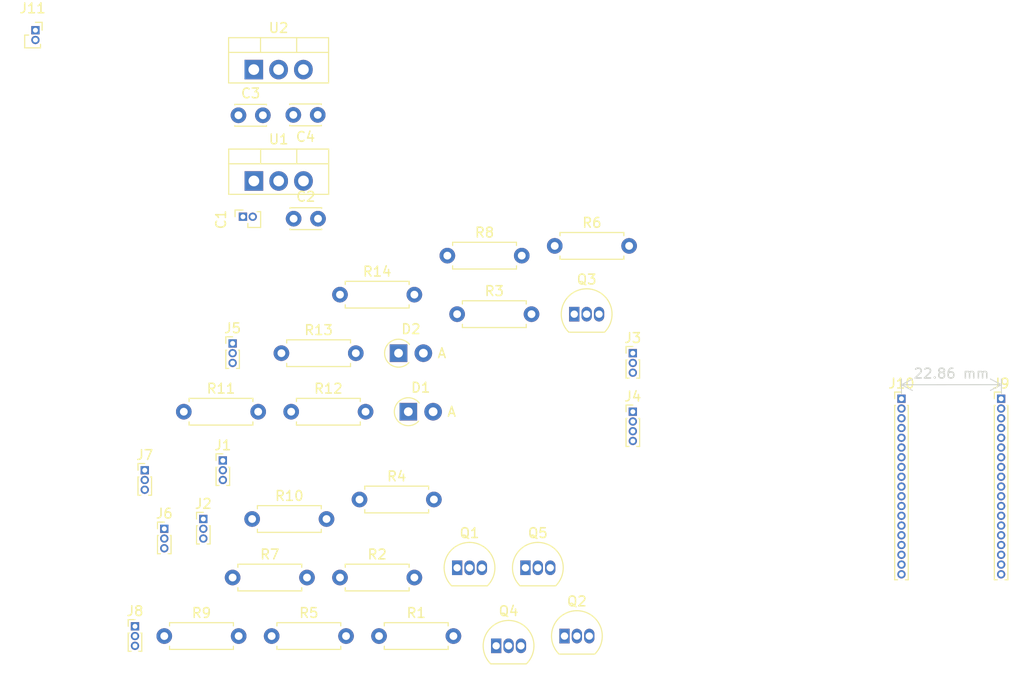
<source format=kicad_pcb>
(kicad_pcb (version 20211014) (generator pcbnew)
  (layers (0 "F.Cu" signal) (31 "B.Cu" signal) (34 "B.Paste" user) (35 "F.Paste" user) (36 "B.SilkS" user "B.Silkscreen") (37 "F.SilkS" user "F.Silkscreen") (38 "B.Mask" user) (39 "F.Mask" user) (44 "Edge.Cuts" user))
  (net 0 "")
  (net 1 "Net-(J5-Pad3)")
  (net 2 "/PIN 13")
  (net 3 "/PIN 4")
  (net 4 "GND")
  (net 5 "Net-(J1-Pad3)")
  (net 6 "+5V")
  (net 7 "/FC1")
  (net 8 "/FC3")
  (net 9 "+3.3V")
  (net 10 "/PIN 25")
  (net 11 "/PIN 27")
  (net 12 "/OPT")
  (net 13 "/SERVO")
  (net 14 "/FC2")
  (net 15 "/PIN 15")
  (net 16 "/PIN 26")
  (net 17 "/PIN 17")
  (net 18 "+12V")
  (net 19 "+10V")
  (net 38 "/PIN 5")
  (net 39 "/PIN 18")
  (footprint "Connector_PinSocket_1.00mm:PinSocket_1x02_P1.00mm_Vertical" (layer "F.Cu") (at 45.24 40.31 90)
    (fp_text reference "C1" (at -0.29 -2.25 90) (layer "F.SilkS"))
    (fp_text value "0.33uF")
    (fp_line (start -1.1 0.5) (end -1.1 1.81) (layer "F.SilkS") (width 0.12))
    (fp_line (start 0.685 -0.81) (end 0.685 0) (layer "F.SilkS") (width 0.12))
    (fp_line (start -1.1 1.81) (end 0.52 1.81) (layer "F.SilkS") (width 0.12))
    (fp_line (start 0 -0.81) (end 0.685 -0.81) (layer "F.SilkS") (width 0.12))
    (fp_line (start 0.52 1.445898) (end 0.52 1.81) (layer "F.SilkS") (width 0.12))
    (fp_line (start -1.1 0.5) (end -0.685 0.5) (layer "F.SilkS") (width 0.12))
    (pad "1" thru_hole rect (at 0 0 90) (size 0.85 0.85) (drill 0.5) (layers *.Cu *.Mask) (net 18 "+12V"))
    (pad "2" thru_hole oval (at 0 1 90) (size 0.85 0.85) (drill 0.5) (layers *.Cu *.Mask) (net 4 "GND"))
  )
  (footprint "Package_TO_SOT_THT:TO-92_Inline" (layer "F.Cu") (at 71.18 84.3)
    (fp_text reference "Q4" (at 1.27 -3.56) (layer "F.SilkS"))
    (fp_text value "2N7000")
    (fp_line (start -0.53 1.85) (end 3.07 1.85) (layer "F.SilkS") (width 0.12))
    (fp_arc (start 1.27 -2.6) (mid 3.672087 -0.994977) (end 3.108478 1.838478) (layer "F.SilkS") (width 0.12))
    (fp_arc (start -0.568478 1.838478) (mid -1.132087 -0.994977) (end 1.27 -2.6) (layer "F.SilkS") (width 0.12))
    (pad "1" thru_hole rect (at 0 0) (size 1.05 1.5) (drill 0.75) (layers *.Cu *.Mask) (net 11 "/PIN 27"))
    (pad "2" thru_hole oval (at 1.27 0) (size 1.05 1.5) (drill 0.75) (layers *.Cu *.Mask) (net 9 "+3.3V"))
    (pad "3" thru_hole oval (at 2.54 0) (size 1.05 1.5) (drill 0.75) (layers *.Cu *.Mask) (net 8 "/FC3"))
  )
  (footprint "Package_TO_SOT_THT:TO-92_Inline" (layer "F.Cu") (at 78.18 83.3)
    (fp_text reference "Q2" (at 1.27 -3.56) (layer "F.SilkS"))
    (fp_text value "2N7000")
    (fp_line (start -0.53 1.85) (end 3.07 1.85) (layer "F.SilkS") (width 0.12))
    (fp_arc (start 1.27 -2.6) (mid 3.672087 -0.994977) (end 3.108478 1.838478) (layer "F.SilkS") (width 0.12))
    (fp_arc (start -0.568478 1.838478) (mid -1.132087 -0.994977) (end 1.27 -2.6) (layer "F.SilkS") (width 0.12))
    (pad "1" thru_hole rect (at 0 0) (size 1.05 1.5) (drill 0.75) (layers *.Cu *.Mask) (net 17 "/PIN 17"))
    (pad "2" thru_hole oval (at 1.27 0) (size 1.05 1.5) (drill 0.75) (layers *.Cu *.Mask) (net 9 "+3.3V"))
    (pad "3" thru_hole oval (at 2.54 0) (size 1.05 1.5) (drill 0.75) (layers *.Cu *.Mask) (net 13 "/SERVO"))
  )
  (footprint "Connector_PinHeader_1.00mm:PinHeader_1x03_P1.00mm_Vertical" (layer "F.Cu") (at 85.18 54.3)
    (fp_text reference "J3" (at 0 -1.56) (layer "F.SilkS"))
    (fp_text value "Sensor Óptico")
    (fp_line (start 0.394493 2.56) (end 0.695 2.56) (layer "F.SilkS") (width 0.12))
    (fp_line (start -0.695 -0.685) (end 0 -0.685) (layer "F.SilkS") (width 0.12))
    (fp_line (start -0.695 0.685) (end -0.608276 0.685) (layer "F.SilkS") (width 0.12))
    (fp_line (start 0.608276 0.685) (end 0.695 0.685) (layer "F.SilkS") (width 0.12))
    (fp_line (start -0.695 0.685) (end -0.695 2.56) (layer "F.SilkS") (width 0.12))
    (fp_line (start 0.695 0.685) (end 0.695 2.56) (layer "F.SilkS") (width 0.12))
    (fp_line (start -0.695 0) (end -0.695 -0.685) (layer "F.SilkS") (width 0.12))
    (fp_line (start -0.695 2.56) (end -0.394493 2.56) (layer "F.SilkS") (width 0.12))
    (pad "1" thru_hole rect (at 0 0) (size 0.85 0.85) (drill 0.5) (layers *.Cu *.Mask) (net 12 "/OPT"))
    (pad "2" thru_hole oval (at 0 1) (size 0.85 0.85) (drill 0.5) (layers *.Cu *.Mask) (net 4 "GND"))
    (pad "3" thru_hole oval (at 0 2) (size 0.85 0.85) (drill 0.5) (layers *.Cu *.Mask) (net 6 "+5V"))
  )
  (footprint "Resistor_THT:R_Axial_DIN0207_L6.3mm_D2.5mm_P7.62mm_Horizontal" (layer "F.Cu") (at 48.18 83.3)
    (fp_text reference "R5" (at 3.81 -2.37) (layer "F.SilkS"))
    (fp_text value "10k")
    (fp_line (start 0.54 1.04) (end 0.54 1.37) (layer "F.SilkS") (width 0.12))
    (fp_line (start 7.08 1.37) (end 7.08 1.04) (layer "F.SilkS") (width 0.12))
    (fp_line (start 0.54 1.37) (end 7.08 1.37) (layer "F.SilkS") (width 0.12))
    (fp_line (start 0.54 -1.37) (end 7.08 -1.37) (layer "F.SilkS") (width 0.12))
    (fp_line (start 7.08 -1.37) (end 7.08 -1.04) (layer "F.SilkS") (width 0.12))
    (fp_line (start 0.54 -1.04) (end 0.54 -1.37) (layer "F.SilkS") (width 0.12))
    (pad "1" thru_hole circle (at 0 0) (size 1.6 1.6) (drill 0.8) (layers *.Cu *.Mask) (net 6 "+5V"))
    (pad "2" thru_hole oval (at 7.62 0) (size 1.6 1.6) (drill 0.8) (layers *.Cu *.Mask) (net 13 "/SERVO"))
  )
  (footprint "Resistor_THT:R_Axial_DIN0207_L6.3mm_D2.5mm_P7.62mm_Horizontal" (layer "F.Cu") (at 49.18 54.3)
    (fp_text reference "R13" (at 3.81 -2.37) (layer "F.SilkS"))
    (fp_text value "10k")
    (fp_line (start 0.54 1.04) (end 0.54 1.37) (layer "F.SilkS") (width 0.12))
    (fp_line (start 7.08 -1.37) (end 7.08 -1.04) (layer "F.SilkS") (width 0.12))
    (fp_line (start 0.54 -1.04) (end 0.54 -1.37) (layer "F.SilkS") (width 0.12))
    (fp_line (start 0.54 1.37) (end 7.08 1.37) (layer "F.SilkS") (width 0.12))
    (fp_line (start 0.54 -1.37) (end 7.08 -1.37) (layer "F.SilkS") (width 0.12))
    (fp_line (start 7.08 1.37) (end 7.08 1.04) (layer "F.SilkS") (width 0.12))
    (pad "1" thru_hole circle (at 0 0) (size 1.6 1.6) (drill 0.8) (layers *.Cu *.Mask) (net 1 "Net-(J5-Pad3)"))
    (pad "2" thru_hole oval (at 7.62 0) (size 1.6 1.6) (drill 0.8) (layers *.Cu *.Mask) (net 2 "/PIN 13"))
  )
  (footprint "Connector_PinSocket_1.00mm:PinSocket_1x02_P1.00mm_Vertical" (layer "F.Cu") (at 23.98 21.19)
    (fp_text reference "J11" (at -0.29 -2.25) (layer "F.SilkS"))
    (fp_text value "ENTRADA")
    (fp_line (start -1.1 0.5) (end -0.685 0.5) (layer "F.SilkS") (width 0.12))
    (fp_line (start -1.1 1.81) (end 0.52 1.81) (layer "F.SilkS") (width 0.12))
    (fp_line (start 0.685 -0.81) (end 0.685 0) (layer "F.SilkS") (width 0.12))
    (fp_line (start 0.52 1.445898) (end 0.52 1.81) (layer "F.SilkS") (width 0.12))
    (fp_line (start -1.1 0.5) (end -1.1 1.81) (layer "F.SilkS") (width 0.12))
    (fp_line (start 0 -0.81) (end 0.685 -0.81) (layer "F.SilkS") (width 0.12))
    (pad "1" thru_hole rect (at 0 0) (size 0.85 0.85) (drill 0.5) (layers *.Cu *.Mask) (net 18 "+12V"))
    (pad "2" thru_hole oval (at 0 1) (size 0.85 0.85) (drill 0.5) (layers *.Cu *.Mask) (net 4 "GND"))
  )
  (footprint "Package_TO_SOT_THT:TO-220-3_Vertical" (layer "F.Cu") (at 46.35 25.225)
    (fp_text reference "U2" (at 2.54 -4.27) (layer "F.SilkS"))
    (fp_text value "LM7810_TO220")
    (fp_line (start 7.66 -3.27) (end 7.66 1.371) (layer "F.SilkS") (width 0.12))
    (fp_line (start 0.69 -3.27) (end 0.69 -1.76) (layer "F.SilkS") (width 0.12))
    (fp_line (start -2.58 1.371) (end 7.66 1.371) (layer "F.SilkS") (width 0.12))
    (fp_line (start -2.58 -3.27) (end 7.66 -3.27) (layer "F.SilkS") (width 0.12))
    (fp_line (start 4.391 -3.27) (end 4.391 -1.76) (layer "F.SilkS") (width 0.12))
    (fp_line (start -2.58 -1.76) (end 7.66 -1.76) (layer "F.SilkS") (width 0.12))
    (fp_line (start -2.58 -3.27) (end -2.58 1.371) (layer "F.SilkS") (width 0.12))
    (pad "1" thru_hole rect (at 0 0) (size 1.905 2) (drill 1.1) (layers *.Cu *.Mask) (net 18 "+12V"))
    (pad "2" thru_hole oval (at 2.54 0) (size 1.905 2) (drill 1.1) (layers *.Cu *.Mask) (net 4 "GND"))
    (pad "3" thru_hole oval (at 5.08 0) (size 1.905 2) (drill 1.1) (layers *.Cu *.Mask) (net 19 "+10V"))
  )
  (footprint "Resistor_THT:R_Axial_DIN0207_L6.3mm_D2.5mm_P7.62mm_Horizontal" (layer "F.Cu") (at 77.18 43.3)
    (fp_text reference "R6" (at 3.81 -2.37) (layer "F.SilkS"))
    (fp_text value "10k")
    (fp_line (start 0.54 -1.04) (end 0.54 -1.37) (layer "F.SilkS") (width 0.12))
    (fp_line (start 7.08 -1.37) (end 7.08 -1.04) (layer "F.SilkS") (width 0.12))
    (fp_line (start 0.54 -1.37) (end 7.08 -1.37) (layer "F.SilkS") (width 0.12))
    (fp_line (start 0.54 1.04) (end 0.54 1.37) (layer "F.SilkS") (width 0.12))
    (fp_line (start 0.54 1.37) (end 7.08 1.37) (layer "F.SilkS") (width 0.12))
    (fp_line (start 7.08 1.37) (end 7.08 1.04) (layer "F.SilkS") (width 0.12))
    (pad "1" thru_hole circle (at 0 0) (size 1.6 1.6) (drill 0.8) (layers *.Cu *.Mask) (net 6 "+5V"))
    (pad "2" thru_hole oval (at 7.62 0) (size 1.6 1.6) (drill 0.8) (layers *.Cu *.Mask) (net 12 "/OPT"))
  )
  (footprint "Connector_PinHeader_1.00mm:PinHeader_1x19_P1.00mm_Vertical" (layer "F.Cu") (at 112.7 58.97)
    (fp_text reference "J10" (at 0 -1.56) (layer "F.SilkS"))
    (fp_text value "esp32")
    (fp_line (start -0.695 18.56) (end -0.394493 18.56) (layer "F.SilkS") (width 0.12))
    (fp_line (start 0.608276 0.685) (end 0.695 0.685) (layer "F.SilkS") (width 0.12))
    (fp_line (start -0.695 0.685) (end -0.695 18.56) (layer "F.SilkS") (width 0.12))
    (fp_line (start -0.695 0.685) (end -0.608276 0.685) (layer "F.SilkS") (width 0.12))
    (fp_line (start 0.695 0.685) (end 0.695 18.56) (layer "F.SilkS") (width 0.12))
    (fp_line (start -0.695 -0.685) (end 0 -0.685) (layer "F.SilkS") (width 0.12))
    (fp_line (start -0.695 0) (end -0.695 -0.685) (layer "F.SilkS") (width 0.12))
    (fp_line (start 0.394493 18.56) (end 0.695 18.56) (layer "F.SilkS") (width 0.12))
    (pad "1" thru_hole rect (at 0 0) (size 0.85 0.85) (drill 0.5) (layers *.Cu *.Mask) (net 6 "+5V"))
    (pad "2" thru_hole oval (at 0 1) (size 0.85 0.85) (drill 0.5) (layers *.Cu *.Mask))
    (pad "3" thru_hole oval (at 0 2) (size 0.85 0.85) (drill 0.5) (layers *.Cu *.Mask))
    (pad "4" thru_hole oval (at 0 3) (size 0.85 0.85) (drill 0.5) (layers *.Cu *.Mask))
    (pad "5" thru_hole oval (at 0 4) (size 0.85 0.85) (drill 0.5) (layers *.Cu *.Mask) (net 2 "/PIN 13"))
    (pad "6" thru_hole oval (at 0 5) (size 0.85 0.85) (drill 0.5) (layers *.Cu *.Mask) (net 4 "GND"))
    (pad "7" thru_hole oval (at 0 6) (size 0.85 0.85) (drill 0.5) (layers *.Cu *.Mask))
    (pad "8" thru_hole oval (at 0 7) (size 0.85 0.85) (drill 0.5) (layers *.Cu *.Mask))
    (pad "9" thru_hole oval (at 0 8) (size 0.85 0.85) (drill 0.5) (layers *.Cu *.Mask) (net 11 "/PIN 27"))
    (pad "10" thru_hole oval (at 0 9) (size 0.85 0.85) (drill 0.5) (layers *.Cu *.Mask) (net 16 "/PIN 26"))
    (pad "11" thru_hole oval (at 0 10) (size 0.85 0.85) (drill 0.5) (layers *.Cu *.Mask) (net 10 "/PIN 25"))
    (pad "12" thru_hole oval (at 0 11) (size 0.85 0.85) (drill 0.5) (layers *.Cu *.Mask))
    (pad "13" thru_hole oval (at 0 12) (size 0.85 0.85) (drill 0.5) (layers *.Cu *.Mask))
    (pad "14" thru_hole oval (at 0 13) (size 0.85 0.85) (drill 0.5) (layers *.Cu *.Mask))
    (pad "15" thru_hole oval (at 0 14) (size 0.85 0.85) (drill 0.5) (layers *.Cu *.Mask))
    (pad "16" thru_hole oval (at 0 15) (size 0.85 0.85) (drill 0.5) (layers *.Cu *.Mask))
    (pad "17" thru_hole oval (at 0 16) (size 0.85 0.85) (drill 0.5) (layers *.Cu *.Mask))
    (pad "18" thru_hole oval (at 0 17) (size 0.85 0.85) (drill 0.5) (layers *.Cu *.Mask))
    (pad "19" thru_hole oval (at 0 18) (size 0.85 0.85) (drill 0.5) (layers *.Cu *.Mask) (net 9 "+3.3V"))
  )
  (footprint "Capacitor_THT:C_Disc_D3.0mm_W2.0mm_P2.50mm" (layer "F.Cu") (at 50.43 40.51)
    (fp_text reference "C2" (at 1.25 -2.25) (layer "F.SilkS"))
    (fp_text value "0.1uF")
    (fp_line (start 2.87 1.055) (end 2.87 1.12) (layer "F.SilkS") (width 0.12))
    (fp_line (start 2.87 -1.12) (end 2.87 -1.055) (layer "F.SilkS") (width 0.12))
    (fp_line (start -0.37 -1.12) (end 2.87 -1.12) (layer "F.SilkS") (width 0.12))
    (fp_line (start -0.37 1.055) (end -0.37 1.12) (layer "F.SilkS") (width 0.12))
    (fp_line (start -0.37 -1.12) (end -0.37 -1.055) (layer "F.SilkS") (width 0.12))
    (fp_line (start -0.37 1.12) (end 2.87 1.12) (layer "F.SilkS") (width 0.12))
    (pad "1" thru_hole circle (at 0 0) (size 1.6 1.6) (drill 0.8) (layers *.Cu *.Mask) (net 6 "+5V"))
    (pad "2" thru_hole circle (at 2.5 0) (size 1.6 1.6) (drill 0.8) (layers *.Cu *.Mask) (net 4 "GND"))
  )
  (footprint "Connector_PinHeader_1.00mm:PinHeader_1x03_P1.00mm_Vertical" (layer "F.Cu") (at 43.18 65.3)
    (fp_text reference "J1" (at 0 -1.56) (layer "F.SilkS"))
    (fp_text value "Sensor Inductivo")
    (fp_line (start -0.695 0) (end -0.695 -0.685) (layer "F.SilkS") (width 0.12))
    (fp_line (start 0.394493 2.56) (end 0.695 2.56) (layer "F.SilkS") (width 0.12))
    (fp_line (start -0.695 2.56) (end -0.394493 2.56) (layer "F.SilkS") (width 0.12))
    (fp_line (start -0.695 0.685) (end -0.608276 0.685) (layer "F.SilkS") (width 0.12))
    (fp_line (start -0.695 0.685) (end -0.695 2.56) (layer "F.SilkS") (width 0.12))
    (fp_line (start 0.608276 0.685) (end 0.695 0.685) (layer "F.SilkS") (width 0.12))
    (fp_line (start -0.695 -0.685) (end 0 -0.685) (layer "F.SilkS") (width 0.12))
    (fp_line (start 0.695 0.685) (end 0.695 2.56) (layer "F.SilkS") (width 0.12))
    (pad "1" thru_hole rect (at 0 0) (size 0.85 0.85) (drill 0.5) (layers *.Cu *.Mask) (net 19 "+10V"))
    (pad "2" thru_hole oval (at 0 1) (size 0.85 0.85) (drill 0.5) (layers *.Cu *.Mask) (net 4 "GND"))
    (pad "3" thru_hole oval (at 0 2) (size 0.85 0.85) (drill 0.5) (layers *.Cu *.Mask) (net 5 "Net-(J1-Pad3)"))
  )
  (footprint "Resistor_THT:R_Axial_DIN0207_L6.3mm_D2.5mm_P7.62mm_Horizontal" (layer "F.Cu") (at 39.18 60.3)
    (fp_text reference "R11" (at 3.81 -2.37) (layer "F.SilkS"))
    (fp_text value "10k")
    (fp_line (start 0.54 1.04) (end 0.54 1.37) (layer "F.SilkS") (width 0.12))
    (fp_line (start 7.08 -1.37) (end 7.08 -1.04) (layer "F.SilkS") (width 0.12))
    (fp_line (start 7.08 1.37) (end 7.08 1.04) (layer "F.SilkS") (width 0.12))
    (fp_line (start 0.54 -1.37) (end 7.08 -1.37) (layer "F.SilkS") (width 0.12))
    (fp_line (start 0.54 1.37) (end 7.08 1.37) (layer "F.SilkS") (width 0.12))
    (fp_line (start 0.54 -1.04) (end 0.54 -1.37) (layer "F.SilkS") (width 0.12))
    (pad "1" thru_hole circle (at 0 0) (size 1.6 1.6) (drill 0.8) (layers *.Cu *.Mask) (net 5 "Net-(J1-Pad3)"))
    (pad "2" thru_hole oval (at 7.62 0) (size 1.6 1.6) (drill 0.8) (layers *.Cu *.Mask) (net 3 "/PIN 4"))
  )
  (footprint "Diode_THT:D_A-405_P2.54mm_Vertical_AnodeUp" (layer "F.Cu") (at 61.18 54.3)
    (fp_text reference "D2" (at 1.27 -2.47) (layer "F.SilkS"))
    (fp_text value "3.3v")
    (fp_text user "A" (at 4.44 0) (layer "F.SilkS"))
    (fp_arc (start 1.05385 0.968866) (mid -1.430816 -0.045469) (end 1.113239 -0.9) (layer "F.SilkS") (width 0.12))
    (pad "1" thru_hole rect (at 0 0) (size 1.8 1.8) (drill 0.9) (layers *.Cu *.Mask) (net 2 "/PIN 13"))
    (pad "2" thru_hole oval (at 2.54 0) (size 1.8 1.8) (drill 0.9) (layers *.Cu *.Mask) (net 4 "GND"))
  )
  (footprint "Connector_PinHeader_1.00mm:PinHeader_1x19_P1.00mm_Vertical" (layer "F.Cu") (at 122.91 58.97)
    (fp_text reference "J9" (at 0 -1.56) (layer "F.SilkS"))
    (fp_text value "esp32")
    (fp_line (start -0.695 0.685) (end -0.608276 0.685) (layer "F.SilkS") (width 0.12))
    (fp_line (start 0.695 0.685) (end 0.695 18.56) (layer "F.SilkS") (width 0.12))
    (fp_line (start 0.394493 18.56) (end 0.695 18.56) (layer "F.SilkS") (width 0.12))
    (fp_line (start 0.608276 0.685) (end 0.695 0.685) (layer "F.SilkS") (width 0.12))
    (fp_line (start -0.695 -0.685) (end 0 -0.685) (layer "F.SilkS") (width 0.12))
    (fp_line (start -0.695 18.56) (end -0.394493 18.56) (layer "F.SilkS") (width 0.12))
    (fp_line (start -0.695 0.685) (end -0.695 18.56) (layer "F.SilkS") (width 0.12))
    (fp_line (start -0.695 0) (end -0.695 -0.685) (layer "F.SilkS") (width 0.12))
    (pad "1" thru_hole rect (at 0 0) (size 0.85 0.85) (drill 0.5) (layers *.Cu *.Mask))
    (pad "2" thru_hole oval (at 0 1) (size 0.85 0.85) (drill 0.5) (layers *.Cu *.Mask))
    (pad "3" thru_hole oval (at 0 2) (size 0.85 0.85) (drill 0.5) (layers *.Cu *.Mask))
    (pad "4" thru_hole oval (at 0 3) (size 0.85 0.85) (drill 0.5) (layers *.Cu *.Mask) (net 15 "/PIN 15"))
    (pad "5" thru_hole oval (at 0 4) (size 0.85 0.85) (drill 0.5) (layers *.Cu *.Mask))
    (pad "6" thru_hole oval (at 0 5) (size 0.85 0.85) (drill 0.5) (layers *.Cu *.Mask))
    (pad "7" thru_hole oval (at 0 6) (size 0.85 0.85) (drill 0.5) (layers *.Cu *.Mask) (net 3 "/PIN 4"))
    (pad "8" thru_hole oval (at 0 7) (size 0.85 0.85) (drill 0.5) (layers *.Cu *.Mask))
    (pad "9" thru_hole oval (at 0 8) (size 0.85 0.85) (drill 0.5) (layers *.Cu *.Mask) (net 17 "/PIN 17"))
    (pad "10" thru_hole oval (at 0 9) (size 0.85 0.85) (drill 0.5) (layers *.Cu *.Mask) (net 38 "/PIN 5"))
    (pad "11" thru_hole oval (at 0 10) (size 0.85 0.85) (drill 0.5) (layers *.Cu *.Mask) (net 39 "/PIN 18"))
    (pad "12" thru_hole oval (at 0 11) (size 0.85 0.85) (drill 0.5) (layers *.Cu *.Mask))
    (pad "13" thru_hole oval (at 0 12) (size 0.85 0.85) (drill 0.5) (layers *.Cu *.Mask) (net 4 "GND"))
    (pad "14" thru_hole oval (at 0 13) (size 0.85 0.85) (drill 0.5) (layers *.Cu *.Mask))
    (pad "15" thru_hole oval (at 0 14) (size 0.85 0.85) (drill 0.5) (layers *.Cu *.Mask))
    (pad "16" thru_hole oval (at 0 15) (size 0.85 0.85) (drill 0.5) (layers *.Cu *.Mask))
    (pad "17" thru_hole oval (at 0 16) (size 0.85 0.85) (drill 0.5) (layers *.Cu *.Mask))
    (pad "18" thru_hole oval (at 0 17) (size 0.85 0.85) (drill 0.5) (layers *.Cu *.Mask))
    (pad "19" thru_hole oval (at 0 18) (size 0.85 0.85) (drill 0.5) (layers *.Cu *.Mask) (net 4 "GND"))
  )
  (footprint "Resistor_THT:R_Axial_DIN0207_L6.3mm_D2.5mm_P7.62mm_Horizontal" (layer "F.Cu") (at 67.18 50.3)
    (fp_text reference "R3" (at 3.81 -2.37) (layer "F.SilkS"))
    (fp_text value "10k")
    (fp_line (start 7.08 -1.37) (end 7.08 -1.04) (layer "F.SilkS") (width 0.12))
    (fp_line (start 0.54 -1.04) (end 0.54 -1.37) (layer "F.SilkS") (width 0.12))
    (fp_line (start 7.08 1.37) (end 7.08 1.04) (layer "F.SilkS") (width 0.12))
    (fp_line (start 0.54 1.04) (end 0.54 1.37) (layer "F.SilkS") (width 0.12))
    (fp_line (start 0.54 1.37) (end 7.08 1.37) (layer "F.SilkS") (width 0.12))
    (fp_line (start 0.54 -1.37) (end 7.08 -1.37) (layer "F.SilkS") (width 0.12))
    (pad "1" thru_hole circle (at 0 0) (size 1.6 1.6) (drill 0.8) (layers *.Cu *.Mask) (net 9 "+3.3V"))
    (pad "2" thru_hole oval (at 7.62 0) (size 1.6 1.6) (drill 0.8) (layers *.Cu *.Mask) (net 15 "/PIN 15"))
  )
  (footprint "Resistor_THT:R_Axial_DIN0207_L6.3mm_D2.5mm_P7.62mm_Horizontal" (layer "F.Cu") (at 37.18 83.3)
    (fp_text reference "R9" (at 3.81 -2.37) (layer "F.SilkS"))
    (fp_text value "10k")
    (fp_line (start 7.08 1.37) (end 7.08 1.04) (layer "F.SilkS") (width 0.12))
    (fp_line (start 0.54 1.04) (end 0.54 1.37) (layer "F.SilkS") (width 0.12))
    (fp_line (start 0.54 1.37) (end 7.08 1.37) (layer "F.SilkS") (width 0.12))
    (fp_line (start 0.54 -1.04) (end 0.54 -1.37) (layer "F.SilkS") (width 0.12))
    (fp_line (start 7.08 -1.37) (end 7.08 -1.04) (layer "F.SilkS") (width 0.12))
    (fp_line (start 0.54 -1.37) (end 7.08 -1.37) (layer "F.SilkS") (width 0.12))
    (pad "1" thru_hole circle (at 0 0) (size 1.6 1.6) (drill 0.8) (layers *.Cu *.Mask) (net 6 "+5V"))
    (pad "2" thru_hole oval (at 7.62 0) (size 1.6 1.6) (drill 0.8) (layers *.Cu *.Mask) (net 8 "/FC3"))
  )
  (footprint "Package_TO_SOT_THT:TO-92_Inline" (layer "F.Cu") (at 74.18 76.3)
    (fp_text reference "Q5" (at 1.27 -3.56) (layer "F.SilkS"))
    (fp_text value "2N7000")
    (fp_line (start -0.53 1.85) (end 3.07 1.85) (layer "F.SilkS") (width 0.12))
    (fp_arc (start 1.27 -2.6) (mid 3.672087 -0.994977) (end 3.108478 1.838478) (layer "F.SilkS") (width 0.12))
    (fp_arc (start -0.568478 1.838478) (mid -1.132087 -0.994977) (end 1.27 -2.6) (layer "F.SilkS") (width 0.12))
    (pad "1" thru_hole rect (at 0 0) (size 1.05 1.5) (drill 0.75) (layers *.Cu *.Mask) (net 10 "/PIN 25"))
    (pad "2" thru_hole oval (at 1.27 0) (size 1.05 1.5) (drill 0.75) (layers *.Cu *.Mask) (net 9 "+3.3V"))
    (pad "3" thru_hole oval (at 2.54 0) (size 1.05 1.5) (drill 0.75) (layers *.Cu *.Mask) (net 7 "/FC1"))
  )
  (footprint "Capacitor_THT:C_Disc_D3.0mm_W2.0mm_P2.50mm" (layer "F.Cu") (at 44.78 29.91)
    (fp_text reference "C3" (at 1.25 -2.25) (layer "F.SilkS"))
    (fp_text value "0.33uF")
    (fp_line (start 2.87 -1.12) (end 2.87 -1.055) (layer "F.SilkS") (width 0.12))
    (fp_line (start -0.37 -1.12) (end 2.87 -1.12) (layer "F.SilkS") (width 0.12))
    (fp_line (start 2.87 1.055) (end 2.87 1.12) (layer "F.SilkS") (width 0.12))
    (fp_line (start -0.37 1.12) (end 2.87 1.12) (layer "F.SilkS") (width 0.12))
    (fp_line (start -0.37 -1.12) (end -0.37 -1.055) (layer "F.SilkS") (width 0.12))
    (fp_line (start -0.37 1.055) (end -0.37 1.12) (layer "F.SilkS") (width 0.12))
    (pad "1" thru_hole circle (at 0 0) (size 1.6 1.6) (drill 0.8) (layers *.Cu *.Mask) (net 18 "+12V"))
    (pad "2" thru_hole circle (at 2.5 0) (size 1.6 1.6) (drill 0.8) (layers *.Cu *.Mask) (net 4 "GND"))
  )
  (footprint "Capacitor_THT:C_Disc_D3.0mm_W2.0mm_P2.50mm" (layer "F.Cu") (at 52.9 29.87 180)
    (fp_text reference "C4" (at 1.25 -2.25) (layer "F.SilkS"))
    (fp_text value "0.1uF")
    (fp_line (start 2.87 -1.12) (end 2.87 -1.055) (layer "F.SilkS") (width 0.12))
    (fp_line (start -0.37 1.055) (end -0.37 1.12) (layer "F.SilkS") (width 0.12))
    (fp_line (start -0.37 -1.12) (end 2.87 -1.12) (layer "F.SilkS") (width 0.12))
    (fp_line (start 2.87 1.055) (end 2.87 1.12) (layer "F.SilkS") (width 0.12))
    (fp_line (start -0.37 -1.12) (end -0.37 -1.055) (layer "F.SilkS") (width 0.12))
    (fp_line (start -0.37 1.12) (end 2.87 1.12) (layer "F.SilkS") (width 0.12))
    (pad "1" thru_hole circle (at 0 0 180) (size 1.6 1.6) (drill 0.8) (layers *.Cu *.Mask) (net 19 "+10V"))
    (pad "2" thru_hole circle (at 2.5 0 180) (size 1.6 1.6) (drill 0.8) (layers *.Cu *.Mask) (net 4 "GND"))
  )
  (footprint "Diode_THT:D_A-405_P2.54mm_Vertical_AnodeUp" (layer "F.Cu") (at 62.18 60.3)
    (fp_text reference "D1" (at 1.27 -2.47) (layer "F.SilkS"))
    (fp_text value "3.3v")
    (fp_text user "A" (at 4.44 0) (layer "F.SilkS"))
    (fp_arc (start 1.05385 0.968866) (mid -1.430816 -0.045469) (end 1.113239 -0.9) (layer "F.SilkS") (width 0.12))
    (pad "1" thru_hole rect (at 0 0) (size 1.8 1.8) (drill 0.9) (layers *.Cu *.Mask) (net 3 "/PIN 4"))
    (pad "2" thru_hole oval (at 2.54 0) (size 1.8 1.8) (drill 0.9) (layers *.Cu *.Mask) (net 4 "GND"))
  )
  (footprint "Resistor_THT:R_Axial_DIN0207_L6.3mm_D2.5mm_P7.62mm_Horizontal" (layer "F.Cu") (at 66.18 44.3)
    (fp_text reference "R8" (at 3.81 -2.37) (layer "F.SilkS"))
    (fp_text value "10k")
    (fp_line (start 0.54 -1.37) (end 7.08 -1.37) (layer "F.SilkS") (width 0.12))
    (fp_line (start 0.54 -1.04) (end 0.54 -1.37) (layer "F.SilkS") (width 0.12))
    (fp_line (start 0.54 1.37) (end 7.08 1.37) (layer "F.SilkS") (width 0.12))
    (fp_line (start 7.08 1.37) (end 7.08 1.04) (layer "F.SilkS") (width 0.12))
    (fp_line (start 7.08 -1.37) (end 7.08 -1.04) (layer "F.SilkS") (width 0.12))
    (fp_line (start 0.54 1.04) (end 0.54 1.37) (layer "F.SilkS") (width 0.12))
    (pad "1" thru_hole circle (at 0 0) (size 1.6 1.6) (drill 0.8) (layers *.Cu *.Mask) (net 9 "+3.3V"))
    (pad "2" thru_hole oval (at 7.62 0) (size 1.6 1.6) (drill 0.8) (layers *.Cu *.Mask) (net 10 "/PIN 25"))
  )
  (footprint "Resistor_THT:R_Axial_DIN0207_L6.3mm_D2.5mm_P7.62mm_Horizontal" (layer "F.Cu") (at 57.18 69.3)
    (fp_text reference "R4" (at 3.81 -2.37) (layer "F.SilkS"))
    (fp_text value "10k")
    (fp_line (start 0.54 -1.04) (end 0.54 -1.37) (layer "F.SilkS") (width 0.12))
    (fp_line (start 7.08 -1.37) (end 7.08 -1.04) (layer "F.SilkS") (width 0.12))
    (fp_line (start 0.54 -1.37) (end 7.08 -1.37) (layer "F.SilkS") (width 0.12))
    (fp_line (start 0.54 1.37) (end 7.08 1.37) (layer "F.SilkS") (width 0.12))
    (fp_line (start 7.08 1.37) (end 7.08 1.04) (layer "F.SilkS") (width 0.12))
    (fp_line (start 0.54 1.04) (end 0.54 1.37) (layer "F.SilkS") (width 0.12))
    (pad "1" thru_hole circle (at 0 0) (size 1.6 1.6) (drill 0.8) (layers *.Cu *.Mask) (net 6 "+5V"))
    (pad "2" thru_hole oval (at 7.62 0) (size 1.6 1.6) (drill 0.8) (layers *.Cu *.Mask) (net 14 "/FC2"))
  )
  (footprint "Resistor_THT:R_Axial_DIN0207_L6.3mm_D2.5mm_P7.62mm_Horizontal" (layer "F.Cu") (at 55.18 77.3)
    (fp_text reference "R2" (at 3.81 -2.37) (layer "F.SilkS"))
    (fp_text value "10k")
    (fp_line (start 7.08 -1.37) (end 7.08 -1.04) (layer "F.SilkS") (width 0.12))
    (fp_line (start 7.08 1.37) (end 7.08 1.04) (layer "F.SilkS") (width 0.12))
    (fp_line (start 0.54 -1.37) (end 7.08 -1.37) (layer "F.SilkS") (width 0.12))
    (fp_line (start 0.54 1.37) (end 7.08 1.37) (layer "F.SilkS") (width 0.12))
    (fp_line (start 0.54 1.04) (end 0.54 1.37) (layer "F.SilkS") (width 0.12))
    (fp_line (start 0.54 -1.04) (end 0.54 -1.37) (layer "F.SilkS") (width 0.12))
    (pad "1" thru_hole circle (at 0 0) (size 1.6 1.6) (drill 0.8) (layers *.Cu *.Mask) (net 9 "+3.3V"))
    (pad "2" thru_hole oval (at 7.62 0) (size 1.6 1.6) (drill 0.8) (layers *.Cu *.Mask) (net 16 "/PIN 26"))
  )
  (footprint "Connector_PinHeader_1.00mm:PinHeader_1x04_P1.00mm_Vertical" (layer "F.Cu") (at 85.18 60.3)
    (fp_text reference "J4" (at 0 -1.56) (layer "F.SilkS"))
    (fp_text value "Sensor Ultrasónico")
    (fp_line (start -0.695 -0.685) (end 0 -0.685) (layer "F.SilkS") (width 0.12))
    (fp_line (start 0.394493 3.56) (end 0.695 3.56) (layer "F.SilkS") (width 0.12))
    (fp_line (start -0.695 0) (end -0.695 -0.685) (layer "F.SilkS") (width 0.12))
    (fp_line (start 0.608276 0.685) (end 0.695 0.685) (layer "F.SilkS") (width 0.12))
    (fp_line (start -0.695 3.56) (end -0.394493 3.56) (layer "F.SilkS") (width 0.12))
    (fp_line (start 0.695 0.685) (end 0.695 3.56) (layer "F.SilkS") (width 0.12))
    (fp_line (start -0.695 0.685) (end -0.608276 0.685) (layer "F.SilkS") (width 0.12))
    (fp_line (start -0.695 0.685) (end -0.695 3.56) (layer "F.SilkS") (width 0.12))
    (pad "1" thru_hole rect (at 0 0) (size 0.85 0.85) (drill 0.5) (layers *.Cu *.Mask) (net 6 "+5V"))
    (pad "2" thru_hole oval (at 0 1) (size 0.85 0.85) (drill 0.5) (layers *.Cu *.Mask) (net 39 "/PIN 18"))
    (pad "3" thru_hole oval (at 0 2) (size 0.85 0.85) (drill 0.5) (layers *.Cu *.Mask) (net 38 "/PIN 5"))
    (pad "4" thru_hole oval (at 0 3) (size 0.85 0.85) (drill 0.5) (layers *.Cu *.Mask) (net 4 "GND"))
  )
  (footprint "Resistor_THT:R_Axial_DIN0207_L6.3mm_D2.5mm_P7.62mm_Horizontal" (layer "F.Cu") (at 50.18 60.3)
    (fp_text reference "R12" (at 3.81 -2.37) (layer "F.SilkS"))
    (fp_text value "5.6k")
    (fp_line (start 0.54 1.37) (end 7.08 1.37) (layer "F.SilkS") (width 0.12))
    (fp_line (start 7.08 1.37) (end 7.08 1.04) (layer "F.SilkS") (width 0.12))
    (fp_line (start 7.08 -1.37) (end 7.08 -1.04) (layer "F.SilkS") (width 0.12))
    (fp_line (start 0.54 1.04) (end 0.54 1.37) (layer "F.SilkS") (width 0.12))
    (fp_line (start 0.54 -1.37) (end 7.08 -1.37) (layer "F.SilkS") (width 0.12))
    (fp_line (start 0.54 -1.04) (end 0.54 -1.37) (layer "F.SilkS") (width 0.12))
    (pad "1" thru_hole circle (at 0 0) (size 1.6 1.6) (drill 0.8) (layers *.Cu *.Mask) (net 3 "/PIN 4"))
    (pad "2" thru_hole oval (at 7.62 0) (size 1.6 1.6) (drill 0.8) (layers *.Cu *.Mask) (net 4 "GND"))
  )
  (footprint "Package_TO_SOT_THT:TO-220-3_Vertical" (layer "F.Cu") (at 46.36 36.645)
    (fp_text reference "U1" (at 2.54 -4.27) (layer "F.SilkS"))
    (fp_text value "LM7805_TO220")
    (fp_line (start 7.66 -3.27) (end 7.66 1.371) (layer "F.SilkS") (width 0.12))
    (fp_line (start -2.58 -3.27) (end 7.66 -3.27) (layer "F.SilkS") (width 0.12))
    (fp_line (start 4.391 -3.27) (end 4.391 -1.76) (layer "F.SilkS") (width 0.12))
    (fp_line (start -2.58 -3.27) (end -2.58 1.371) (layer "F.SilkS") (width 0.12))
    (fp_line (start 0.69 -3.27) (end 0.69 -1.76) (layer "F.SilkS") (width 0.12))
    (fp_line (start -2.58 1.371) (end 7.66 1.371) (layer "F.SilkS") (width 0.12))
    (fp_line (start -2.58 -1.76) (end 7.66 -1.76) (layer "F.SilkS") (width 0.12))
    (pad "1" thru_hole rect (at 0 0) (size 1.905 2) (drill 1.1) (layers *.Cu *.Mask) (net 18 "+12V"))
    (pad "2" thru_hole oval (at 2.54 0) (size 1.905 2) (drill 1.1) (layers *.Cu *.Mask) (net 4 "GND"))
    (pad "3" thru_hole oval (at 5.08 0) (size 1.905 2) (drill 1.1) (layers *.Cu *.Mask) (net 6 "+5V"))
  )
  (footprint "Resistor_THT:R_Axial_DIN0207_L6.3mm_D2.5mm_P7.62mm_Horizontal" (layer "F.Cu") (at 55.18 48.3)
    (fp_text reference "R14" (at 3.81 -2.37) (layer "F.SilkS"))
    (fp_text value "5.6k")
    (fp_line (start 0.54 1.37) (end 7.08 1.37) (layer "F.SilkS") (width 0.12))
    (fp_line (start 7.08 -1.37) (end 7.08 -1.04) (layer "F.SilkS") (width 0.12))
    (fp_line (start 7.08 1.37) (end 7.08 1.04) (layer "F.SilkS") (width 0.12))
    (fp_line (start 0.54 -1.04) (end 0.54 -1.37) (layer "F.SilkS") (width 0.12))
    (fp_line (start 0.54 1.04) (end 0.54 1.37) (layer "F.SilkS") (width 0.12))
    (fp_line (start 0.54 -1.37) (end 7.08 -1.37) (layer "F.SilkS") (width 0.12))
    (pad "1" thru_hole circle (at 0 0) (size 1.6 1.6) (drill 0.8) (layers *.Cu *.Mask) (net 2 "/PIN 13"))
    (pad "2" thru_hole oval (at 7.62 0) (size 1.6 1.6) (drill 0.8) (layers *.Cu *.Mask) (net 4 "GND"))
  )
  (footprint "Resistor_THT:R_Axial_DIN0207_L6.3mm_D2.5mm_P7.62mm_Horizontal" (layer "F.Cu") (at 59.18 83.3)
    (fp_text reference "R1" (at 3.81 -2.37) (layer "F.SilkS"))
    (fp_text value "10k")
    (fp_line (start 0.54 -1.04) (end 0.54 -1.37) (layer "F.SilkS") (width 0.12))
    (fp_line (start 7.08 -1.37) (end 7.08 -1.04) (layer "F.SilkS") (width 0.12))
    (fp_line (start 0.54 -1.37) (end 7.08 -1.37) (layer "F.SilkS") (width 0.12))
    (fp_line (start 0.54 1.37) (end 7.08 1.37) (layer "F.SilkS") (width 0.12))
    (fp_line (start 0.54 1.04) (end 0.54 1.37) (layer "F.SilkS") (width 0.12))
    (fp_line (start 7.08 1.37) (end 7.08 1.04) (layer "F.SilkS") (width 0.12))
    (pad "1" thru_hole circle (at 0 0) (size 1.6 1.6) (drill 0.8) (layers *.Cu *.Mask) (net 9 "+3.3V"))
    (pad "2" thru_hole oval (at 7.62 0) (size 1.6 1.6) (drill 0.8) (layers *.Cu *.Mask) (net 17 "/PIN 17"))
  )
  (footprint "Package_TO_SOT_THT:TO-92_Inline" (layer "F.Cu") (at 79.18 50.3)
    (fp_text reference "Q3" (at 1.27 -3.56) (layer "F.SilkS"))
    (fp_text value "2N7000")
    (fp_line (start -0.53 1.85) (end 3.07 1.85) (layer "F.SilkS") (width 0.12))
    (fp_arc (start -0.568478 1.838478) (mid -1.132087 -0.994977) (end 1.27 -2.6) (layer "F.SilkS") (width 0.12))
    (fp_arc (start 1.27 -2.6) (mid 3.672087 -0.994977) (end 3.108478 1.838478) (layer "F.SilkS") (width 0.12))
    (pad "1" thru_hole rect (at 0 0) (size 1.05 1.5) (drill 0.75) (layers *.Cu *.Mask) (net 15 "/PIN 15"))
    (pad "2" thru_hole oval (at 1.27 0) (size 1.05 1.5) (drill 0.75) (layers *.Cu *.Mask) (net 9 "+3.3V"))
    (pad "3" thru_hole oval (at 2.54 0) (size 1.05 1.5) (drill 0.75) (layers *.Cu *.Mask) (net 12 "/OPT"))
  )
  (footprint "Connector_PinHeader_1.00mm:PinHeader_1x03_P1.00mm_Vertical" (layer "F.Cu") (at 44.18 53.3)
    (fp_text reference "J5" (at 0 -1.56) (layer "F.SilkS"))
    (fp_text value "Sensor Capacitivo")
    (fp_line (start -0.695 -0.685) (end 0 -0.685) (layer "F.SilkS") (width 0.12))
    (fp_line (start -0.695 0.685) (end -0.695 2.56) (layer "F.SilkS") (width 0.12))
    (fp_line (start 0.608276 0.685) (end 0.695 0.685) (layer "F.SilkS") (width 0.12))
    (fp_line (start -0.695 0.685) (end -0.608276 0.685) (layer "F.SilkS") (width 0.12))
    (fp_line (start 0.394493 2.56) (end 0.695 2.56) (layer "F.SilkS") (width 0.12))
    (fp_line (start -0.695 0) (end -0.695 -0.685) (layer "F.SilkS") (width 0.12))
    (fp_line (start 0.695 0.685) (end 0.695 2.56) (layer "F.SilkS") (width 0.12))
    (fp_line (start -0.695 2.56) (end -0.394493 2.56) (layer "F.SilkS") (width 0.12))
    (pad "1" thru_hole rect (at 0 0) (size 0.85 0.85) (drill 0.5) (layers *.Cu *.Mask) (net 19 "+10V"))
    (pad "2" thru_hole oval (at 0 1) (size 0.85 0.85) (drill 0.5) (layers *.Cu *.Mask) (net 4 "GND"))
    (pad "3" thru_hole oval (at 0 2) (size 0.85 0.85) (drill 0.5) (layers *.Cu *.Mask) (net 1 "Net-(J5-Pad3)"))
  )
  (footprint "Resistor_THT:R_Axial_DIN0207_L6.3mm_D2.5mm_P7.62mm_Horizontal" (layer "F.Cu") (at 44.18 77.3)
    (fp_text reference "R7" (at 3.81 -2.37) (layer "F.SilkS"))
    (fp_text value "10k")
    (fp_line (start 0.54 1.04) (end 0.54 1.37) (layer "F.SilkS") (width 0.12))
    (fp_line (start 0.54 -1.04) (end 0.54 -1.37) (layer "F.SilkS") (width 0.12))
    (fp_line (start 7.08 1.37) (end 7.08 1.04) (layer "F.SilkS") (width 0.12))
    (fp_line (start 7.08 -1.37) (end 7.08 -1.04) (layer "F.SilkS") (width 0.12))
    (fp_line (start 0.54 1.37) (end 7.08 1.37) (layer "F.SilkS") (width 0.12))
    (fp_line (start 0.54 -1.37) (end 7.08 -1.37) (layer "F.SilkS") (width 0.12))
    (pad "1" thru_hole circle (at 0 0) (size 1.6 1.6) (drill 0.8) (layers *.Cu *.Mask) (net 9 "+3.3V"))
    (pad "2" thru_hole oval (at 7.62 0) (size 1.6 1.6) (drill 0.8) (layers *.Cu *.Mask) (net 11 "/PIN 27"))
  )
  (footprint "Connector_PinHeader_1.00mm:PinHeader_1x03_P1.00mm_Vertical" (layer "F.Cu") (at 34.18 82.3)
    (fp_text reference "J8" (at 0 -1.56) (layer "F.SilkS"))
    (fp_text value "Final Carrera 3")
    (fp_line (start -0.695 2.56) (end -0.394493 2.56) (layer "F.SilkS") (width 0.12))
    (fp_line (start 0.608276 0.685) (end 0.695 0.685) (layer "F.SilkS") (width 0.12))
    (fp_line (start -0.695 0.685) (end -0.695 2.56) (layer "F.SilkS") (width 0.12))
    (fp_line (start -0.695 -0.685) (end 0 -0.685) (layer "F.SilkS") (width 0.12))
    (fp_line (start 0.394493 2.56) (end 0.695 2.56) (layer "F.SilkS") (width 0.12))
    (fp_line (start -0.695 0.685) (end -0.608276 0.685) (layer "F.SilkS") (width 0.12))
    (fp_line (start -0.695 0) (end -0.695 -0.685) (layer "F.SilkS") (width 0.12))
    (fp_line (start 0.695 0.685) (end 0.695 2.56) (layer "F.SilkS") (width 0.12))
    (pad "1" thru_hole rect (at 0 0) (size 0.85 0.85) (drill 0.5) (layers *.Cu *.Mask) (net 6 "+5V"))
    (pad "2" thru_hole oval (at 0 1) (size 0.85 0.85) (drill 0.5) (layers *.Cu *.Mask) (net 4 "GND"))
    (pad "3" thru_hole oval (at 0 2) (size 0.85 0.85) (drill 0.5) (layers *.Cu *.Mask) (net 8 "/FC3"))
  )
  (footprint "Resistor_THT:R_Axial_DIN0207_L6.3mm_D2.5mm_P7.62mm_Horizontal" (layer "F.Cu") (at 46.18 71.3)
    (fp_text reference "R10" (at 3.81 -2.37) (layer "F.SilkS"))
    (fp_text value "10k")
    (fp_line (start 7.08 1.37) (end 7.08 1.04) (layer "F.SilkS") (width 0.12))
    (fp_line (start 0.54 1.04) (end 0.54 1.37) (layer "F.SilkS") (width 0.12))
    (fp_line (start 7.08 -1.37) (end 7.08 -1.04) (layer "F.SilkS") (width 0.12))
    (fp_line (start 0.54 -1.37) (end 7.08 -1.37) (layer "F.SilkS") (width 0.12))
    (fp_line (start 0.54 -1.04) (end 0.54 -1.37) (layer "F.SilkS") (width 0.12))
    (fp_line (start 0.54 1.37) (end 7.08 1.37) (layer "F.SilkS") (width 0.12))
    (pad "1" thru_hole circle (at 0 0) (size 1.6 1.6) (drill 0.8) (layers *.Cu *.Mask) (net 6 "+5V"))
    (pad "2" thru_hole oval (at 7.62 0) (size 1.6 1.6) (drill 0.8) (layers *.Cu *.Mask) (net 7 "/FC1"))
  )
  (footprint "Package_TO_SOT_THT:TO-92_Inline" (layer "F.Cu") (at 67.18 76.3)
    (fp_text reference "Q1" (at 1.27 -3.56) (layer "F.SilkS"))
    (fp_text value "2N7000")
    (fp_line (start -0.53 1.85) (end 3.07 1.85) (layer "F.SilkS") (width 0.12))
    (fp_arc (start -0.568478 1.838478) (mid -1.132087 -0.994977) (end 1.27 -2.6) (layer "F.SilkS") (width 0.12))
    (fp_arc (start 1.27 -2.6) (mid 3.672087 -0.994977) (end 3.108478 1.838478) (layer "F.SilkS") (width 0.12))
    (pad "1" thru_hole rect (at 0 0) (size 1.05 1.5) (drill 0.75) (layers *.Cu *.Mask) (net 16 "/PIN 26"))
    (pad "2" thru_hole oval (at 1.27 0) (size 1.05 1.5) (drill 0.75) (layers *.Cu *.Mask) (net 9 "+3.3V"))
    (pad "3" thru_hole oval (at 2.54 0) (size 1.05 1.5) (drill 0.75) (layers *.Cu *.Mask) (net 14 "/FC2"))
  )
  (footprint "Connector_PinHeader_1.00mm:PinHeader_1x03_P1.00mm_Vertical" (layer "F.Cu") (at 35.18 66.3)
    (fp_text reference "J7" (at 0 -1.56) (layer "F.SilkS"))
    (fp_text value "Final Carrera 2")
    (fp_line (start -0.695 0.685) (end -0.695 2.56) (layer "F.SilkS") (width 0.12))
    (fp_line (start -0.695 0.685) (end -0.608276 0.685) (layer "F.SilkS") (width 0.12))
    (fp_line (start 0.695 0.685) (end 0.695 2.56) (layer "F.SilkS") (width 0.12))
    (fp_line (start -0.695 2.56) (end -0.394493 2.56) (layer "F.SilkS") (width 0.12))
    (fp_line (start 0.394493 2.56) (end 0.695 2.56) (layer "F.SilkS") (width 0.12))
    (fp_line (start -0.695 0) (end -0.695 -0.685) (layer "F.SilkS") (width 0.12))
    (fp_line (start -0.695 -0.685) (end 0 -0.685) (layer "F.SilkS") (width 0.12))
    (fp_line (start 0.608276 0.685) (end 0.695 0.685) (layer "F.SilkS") (width 0.12))
    (pad "1" thru_hole rect (at 0 0) (size 0.85 0.85) (drill 0.5) (layers *.Cu *.Mask) (net 6 "+5V"))
    (pad "2" thru_hole oval (at 0 1) (size 0.85 0.85) (drill 0.5) (layers *.Cu *.Mask) (net 4 "GND"))
    (pad "3" thru_hole oval (at 0 2) (size 0.85 0.85) (drill 0.5) (layers *.Cu *.Mask) (net 14 "/FC2"))
  )
  (footprint "Connector_PinHeader_1.00mm:PinHeader_1x03_P1.00mm_Vertical" (layer "F.Cu") (at 37.18 72.3)
    (fp_text reference "J6" (at 0 -1.56) (layer "F.SilkS"))
    (fp_text value "Final Carrera 1")
    (fp_line (start -0.695 2.56) (end -0.394493 2.56) (layer "F.SilkS") (width 0.12))
    (fp_line (start 0.608276 0.685) (end 0.695 0.685) (layer "F.SilkS") (width 0.12))
    (fp_line (start -0.695 0.685) (end -0.695 2.56) (layer "F.SilkS") (width 0.12))
    (fp_line (start -0.695 0.685) (end -0.608276 0.685) (layer "F.SilkS") (width 0.12))
    (fp_line (start 0.695 0.685) (end 0.695 2.56) (layer "F.SilkS") (width 0.12))
    (fp_line (start -0.695 0) (end -0.695 -0.685) (layer "F.SilkS") (width 0.12))
    (fp_line (start 0.394493 2.56) (end 0.695 2.56) (layer "F.SilkS") (width 0.12))
    (fp_line (start -0.695 -0.685) (end 0 -0.685) (layer "F.SilkS") (width 0.12))
    (pad "1" thru_hole rect (at 0 0) (size 0.85 0.85) (drill 0.5) (layers *.Cu *.Mask) (net 6 "+5V"))
    (pad "2" thru_hole oval (at 0 1) (size 0.85 0.85) (drill 0.5) (layers *.Cu *.Mask) (net 4 "GND"))
    (pad "3" thru_hole oval (at 0 2) (size 0.85 0.85) (drill 0.5) (layers *.Cu *.Mask) (net 7 "/FC1"))
  )
  (footprint "Connector_PinHeader_1.00mm:PinHeader_1x03_P1.00mm_Vertical" (layer "F.Cu") (at 41.18 71.3)
    (fp_text reference "J2" (at 0 -1.56) (layer "F.SilkS"))
    (fp_text value "Servo")
    (fp_line (start -0.695 0) (end -0.695 -0.685) (layer "F.SilkS") (width 0.12))
    (fp_line (start -0.695 0.685) (end -0.695 2.56) (layer "F.SilkS") (width 0.12))
    (fp_line (start -0.695 -0.685) (end 0 -0.685) (layer "F.SilkS") (width 0.12))
    (fp_line (start 0.695 0.685) (end 0.695 2.56) (layer "F.SilkS") (width 0.12))
    (fp_line (start -0.695 2.56) (end -0.394493 2.56) (layer "F.SilkS") (width 0.12))
    (fp_line (start 0.394493 2.56) (end 0.695 2.56) (layer "F.SilkS") (width 0.12))
    (fp_line (start 0.608276 0.685) (end 0.695 0.685) (layer "F.SilkS") (width 0.12))
    (fp_line (start -0.695 0.685) (end -0.608276 0.685) (layer "F.SilkS") (width 0.12))
    (pad "1" thru_hole rect (at 0 0) (size 0.85 0.85) (drill 0.5) (layers *.Cu *.Mask) (net 13 "/SERVO"))
    (pad "2" thru_hole oval (at 0 1) (size 0.85 0.85) (drill 0.5) (layers *.Cu *.Mask) (net 6 "+5V"))
    (pad "3" thru_hole oval (at 0 2) (size 0.85 0.85) (drill 0.5) (layers *.Cu *.Mask) (net 4 "GND"))
  )
  (dimension (type aligned) (layer "Edge.Cuts") (pts (xy 112.7 58.95) (xy 122.94 58.94)) (height -1.410243) (gr_text "22.86 mm" (at 117.8175 56.384759 0.05595289189) (layer "Edge.Cuts") (effects (font (size 1 1) (thickness 0.15)))) (format (units 3) (units_format 1) (precision 4) (override_value "22.86")) (style (thickness 0.1) (arrow_length 1.27) (text_position_mode 0) (extension_height 0.58642) (extension_offset 0.5) keep_text_aligned))
)
</source>
